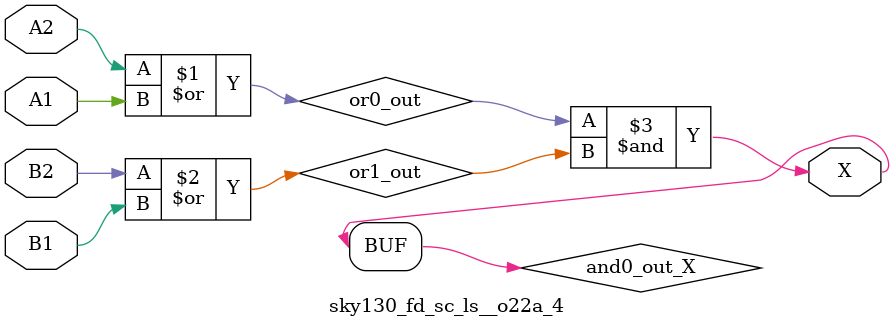
<source format=v>
/*
 * Copyright 2020 The SkyWater PDK Authors
 *
 * Licensed under the Apache License, Version 2.0 (the "License");
 * you may not use this file except in compliance with the License.
 * You may obtain a copy of the License at
 *
 *     https://www.apache.org/licenses/LICENSE-2.0
 *
 * Unless required by applicable law or agreed to in writing, software
 * distributed under the License is distributed on an "AS IS" BASIS,
 * WITHOUT WARRANTIES OR CONDITIONS OF ANY KIND, either express or implied.
 * See the License for the specific language governing permissions and
 * limitations under the License.
 *
 * SPDX-License-Identifier: Apache-2.0
*/


`ifndef SKY130_FD_SC_LS__O22A_4_FUNCTIONAL_V
`define SKY130_FD_SC_LS__O22A_4_FUNCTIONAL_V

/**
 * o22a: 2-input OR into both inputs of 2-input AND.
 *
 *       X = ((A1 | A2) & (B1 | B2))
 *
 * Verilog simulation functional model.
 */

`timescale 1ns / 1ps
`default_nettype none

`celldefine
module sky130_fd_sc_ls__o22a_4 (
    X ,
    A1,
    A2,
    B1,
    B2
);

    // Module ports
    output X ;
    input  A1;
    input  A2;
    input  B1;
    input  B2;

    // Local signals
    wire or0_out   ;
    wire or1_out   ;
    wire and0_out_X;

    //  Name  Output      Other arguments
    or  or0  (or0_out   , A2, A1          );
    or  or1  (or1_out   , B2, B1          );
    and and0 (and0_out_X, or0_out, or1_out);
    buf buf0 (X         , and0_out_X      );

endmodule
`endcelldefine

`default_nettype wire
`endif  // SKY130_FD_SC_LS__O22A_4_FUNCTIONAL_V

</source>
